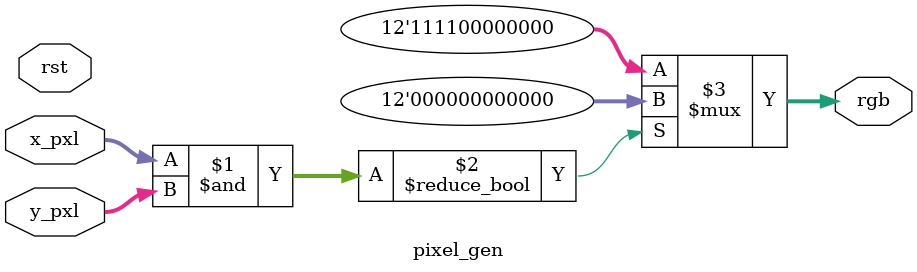
<source format=v>
module pixel_gen (
input wire rst,
input wire [9:0]x_pxl,y_pxl,
output wire [11:0]rgb
);

assign rgb = (x_pxl&y_pxl ) ? {12{1'b0}} : {4'b1111,{4{1'b0}},4'b0000};

endmodule
</source>
